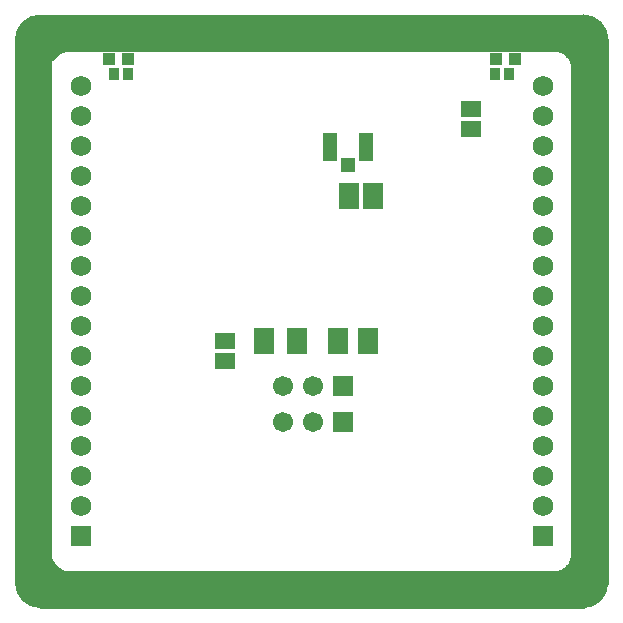
<source format=gts>
G04 Layer_Color=20142*
%FSLAX23Y23*%
%MOIN*%
G70*
G01*
G75*
%ADD23C,0.010*%
%ADD30C,0.158*%
%ADD35R,0.050X0.095*%
%ADD36R,0.048X0.050*%
%ADD37R,0.068X0.088*%
%ADD38R,0.039X0.039*%
%ADD39R,0.036X0.041*%
%ADD40R,0.065X0.057*%
%ADD41C,0.069*%
%ADD42C,0.067*%
%ADD43R,0.067X0.067*%
%ADD44R,0.069X0.069*%
%ADD45C,0.058*%
G36*
X1890Y1969D02*
X1890Y1890D01*
X1969D01*
X1969Y79D01*
X1890D01*
Y-0D01*
X79Y-0D01*
Y79D01*
X-0Y79D01*
X-0Y1890D01*
X79Y1890D01*
X79Y1969D01*
X1890Y1969D01*
D02*
G37*
%LPC*%
G36*
X1850Y118D02*
X1850Y118D01*
X1850D01*
Y118D01*
D02*
G37*
G36*
X118Y1850D02*
D01*
Y1794D01*
D01*
Y1791D01*
D01*
X118Y174D01*
X119Y166D01*
X122Y154D01*
X128Y144D01*
X135Y135D01*
X144Y128D01*
X154Y122D01*
X166Y119D01*
X174Y118D01*
X177D01*
D01*
X1794Y118D01*
X1803Y119D01*
X1814Y122D01*
X1824Y128D01*
X1833Y135D01*
X1841Y144D01*
X1846Y154D01*
X1850Y166D01*
X1850Y174D01*
X1850Y1794D01*
X1850Y1803D01*
X1846Y1814D01*
X1841Y1824D01*
X1833Y1833D01*
X1824Y1841D01*
X1814Y1846D01*
X1803Y1850D01*
X1794Y1850D01*
X174Y1850D01*
X166Y1850D01*
X154Y1846D01*
X144Y1841D01*
X135Y1833D01*
X128Y1824D01*
X122Y1814D01*
X119Y1803D01*
X118Y1794D01*
Y1850D01*
D02*
G37*
G36*
X118Y118D02*
Y118D01*
X174D01*
D01*
X118D01*
X118Y118D01*
D02*
G37*
%LPD*%
D23*
X79Y1969D02*
G03*
X-0Y1890I-0J-79D01*
G01*
X1969D02*
G03*
X1890Y1969I-79J0D01*
G01*
X1891Y0D02*
G03*
X1969Y77I0J77D01*
G01*
X-0Y79D02*
G03*
X79Y-0I79J-0D01*
G01*
Y1969D02*
X1890D01*
X0Y79D02*
Y1890D01*
X1969Y77D02*
Y1890D01*
X79Y0D02*
X1891D01*
D30*
X79Y1890D02*
D03*
X79Y79D02*
D03*
X1890D02*
D03*
X1890Y1890D02*
D03*
D35*
X1164Y1532D02*
D03*
X1047D02*
D03*
D36*
X1106Y1471D02*
D03*
D37*
X936Y885D02*
D03*
X1073D02*
D03*
X825D02*
D03*
X1172D02*
D03*
X1188Y1369D02*
D03*
X1109D02*
D03*
D38*
X309Y1825D02*
D03*
X371D02*
D03*
X1661D02*
D03*
X1599D02*
D03*
D39*
X373Y1775D02*
D03*
X327D02*
D03*
X1597D02*
D03*
X1643D02*
D03*
D40*
X694Y818D02*
D03*
Y885D02*
D03*
X1515Y1592D02*
D03*
Y1658D02*
D03*
D41*
X215Y635D02*
D03*
Y735D02*
D03*
X1755Y335D02*
D03*
Y435D02*
D03*
Y535D02*
D03*
Y635D02*
D03*
Y735D02*
D03*
Y835D02*
D03*
Y935D02*
D03*
Y1035D02*
D03*
Y1135D02*
D03*
Y1435D02*
D03*
Y1535D02*
D03*
Y1635D02*
D03*
Y1735D02*
D03*
Y1335D02*
D03*
Y1235D02*
D03*
X215Y335D02*
D03*
Y435D02*
D03*
Y535D02*
D03*
Y835D02*
D03*
Y935D02*
D03*
Y1035D02*
D03*
Y1135D02*
D03*
Y1235D02*
D03*
Y1335D02*
D03*
Y1435D02*
D03*
Y1535D02*
D03*
Y1635D02*
D03*
Y1735D02*
D03*
D42*
X890Y615D02*
D03*
X890Y736D02*
D03*
X990D02*
D03*
X990Y615D02*
D03*
D43*
X1090D02*
D03*
X1090Y736D02*
D03*
D44*
X1755Y235D02*
D03*
X215D02*
D03*
D45*
X244Y59D02*
D03*
X429D02*
D03*
X614D02*
D03*
X799D02*
D03*
X984D02*
D03*
X1169D02*
D03*
X1354D02*
D03*
X1539D02*
D03*
X1724D02*
D03*
X1909Y244D02*
D03*
Y429D02*
D03*
Y614D02*
D03*
Y799D02*
D03*
Y984D02*
D03*
Y1169D02*
D03*
Y1354D02*
D03*
Y1539D02*
D03*
Y1724D02*
D03*
X1724Y1909D02*
D03*
X1539D02*
D03*
X1354D02*
D03*
X1169D02*
D03*
X984D02*
D03*
X799D02*
D03*
X614D02*
D03*
X429D02*
D03*
X244D02*
D03*
X59Y1724D02*
D03*
Y1539D02*
D03*
Y1354D02*
D03*
Y1169D02*
D03*
Y984D02*
D03*
Y799D02*
D03*
Y614D02*
D03*
Y429D02*
D03*
Y244D02*
D03*
M02*

</source>
